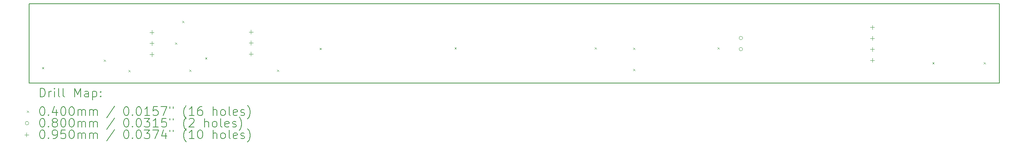
<source format=gbr>
%FSLAX45Y45*%
G04 Gerber Fmt 4.5, Leading zero omitted, Abs format (unit mm)*
G04 Created by KiCad (PCBNEW (6.0.5)) date 2022-07-10 22:30:14*
%MOMM*%
%LPD*%
G01*
G04 APERTURE LIST*
%TA.AperFunction,Profile*%
%ADD10C,0.200000*%
%TD*%
%ADD11C,0.200000*%
%ADD12C,0.040000*%
%ADD13C,0.080000*%
%ADD14C,0.095000*%
G04 APERTURE END LIST*
D10*
X25630000Y-10840000D02*
X3630000Y-10840000D01*
X3630000Y-9040000D02*
X25630000Y-9040000D01*
X3630000Y-10840000D02*
X3630000Y-9040000D01*
X25630000Y-9040000D02*
X25630000Y-10840000D01*
D11*
D12*
X3920000Y-10480000D02*
X3960000Y-10520000D01*
X3960000Y-10480000D02*
X3920000Y-10520000D01*
X5320000Y-10311875D02*
X5360000Y-10351875D01*
X5360000Y-10311875D02*
X5320000Y-10351875D01*
X5880000Y-10545000D02*
X5920000Y-10585000D01*
X5920000Y-10545000D02*
X5880000Y-10585000D01*
X6940000Y-9920000D02*
X6980000Y-9960000D01*
X6980000Y-9920000D02*
X6940000Y-9960000D01*
X7100000Y-9430000D02*
X7140000Y-9470000D01*
X7140000Y-9430000D02*
X7100000Y-9470000D01*
X7260000Y-10540000D02*
X7300000Y-10580000D01*
X7300000Y-10540000D02*
X7260000Y-10580000D01*
X7620000Y-10260000D02*
X7660000Y-10300000D01*
X7660000Y-10260000D02*
X7620000Y-10300000D01*
X9250000Y-10540000D02*
X9290000Y-10580000D01*
X9290000Y-10540000D02*
X9250000Y-10580000D01*
X10216250Y-10043750D02*
X10256250Y-10083750D01*
X10256250Y-10043750D02*
X10216250Y-10083750D01*
X13276250Y-10033750D02*
X13316250Y-10073750D01*
X13316250Y-10033750D02*
X13276250Y-10073750D01*
X16456250Y-10033750D02*
X16496250Y-10073750D01*
X16496250Y-10033750D02*
X16456250Y-10073750D01*
X17330000Y-10040000D02*
X17370000Y-10080000D01*
X17370000Y-10040000D02*
X17330000Y-10080000D01*
X17330000Y-10520000D02*
X17370000Y-10560000D01*
X17370000Y-10520000D02*
X17330000Y-10560000D01*
X19240000Y-10030000D02*
X19280000Y-10070000D01*
X19280000Y-10030000D02*
X19240000Y-10070000D01*
X24115000Y-10370000D02*
X24155000Y-10410000D01*
X24155000Y-10370000D02*
X24115000Y-10410000D01*
X25280000Y-10370000D02*
X25320000Y-10410000D01*
X25320000Y-10370000D02*
X25280000Y-10410000D01*
D13*
X19810000Y-9820000D02*
G75*
G03*
X19810000Y-9820000I-40000J0D01*
G01*
X19810000Y-10070000D02*
G75*
G03*
X19810000Y-10070000I-40000J0D01*
G01*
D14*
X6410000Y-9643000D02*
X6410000Y-9738000D01*
X6362500Y-9690500D02*
X6457500Y-9690500D01*
X6410000Y-9893000D02*
X6410000Y-9988000D01*
X6362500Y-9940500D02*
X6457500Y-9940500D01*
X6410000Y-10143000D02*
X6410000Y-10238000D01*
X6362500Y-10190500D02*
X6457500Y-10190500D01*
X8660000Y-9632000D02*
X8660000Y-9727000D01*
X8612500Y-9679500D02*
X8707500Y-9679500D01*
X8660000Y-9882000D02*
X8660000Y-9977000D01*
X8612500Y-9929500D02*
X8707500Y-9929500D01*
X8660000Y-10132000D02*
X8660000Y-10227000D01*
X8612500Y-10179500D02*
X8707500Y-10179500D01*
X22750000Y-9527500D02*
X22750000Y-9622500D01*
X22702500Y-9575000D02*
X22797500Y-9575000D01*
X22750000Y-9777500D02*
X22750000Y-9872500D01*
X22702500Y-9825000D02*
X22797500Y-9825000D01*
X22750000Y-10027500D02*
X22750000Y-10122500D01*
X22702500Y-10075000D02*
X22797500Y-10075000D01*
X22750000Y-10277500D02*
X22750000Y-10372500D01*
X22702500Y-10325000D02*
X22797500Y-10325000D01*
D11*
X3877619Y-11160476D02*
X3877619Y-10960476D01*
X3925238Y-10960476D01*
X3953809Y-10970000D01*
X3972857Y-10989048D01*
X3982381Y-11008095D01*
X3991905Y-11046190D01*
X3991905Y-11074762D01*
X3982381Y-11112857D01*
X3972857Y-11131905D01*
X3953809Y-11150952D01*
X3925238Y-11160476D01*
X3877619Y-11160476D01*
X4077619Y-11160476D02*
X4077619Y-11027143D01*
X4077619Y-11065238D02*
X4087143Y-11046190D01*
X4096667Y-11036667D01*
X4115714Y-11027143D01*
X4134762Y-11027143D01*
X4201429Y-11160476D02*
X4201429Y-11027143D01*
X4201429Y-10960476D02*
X4191905Y-10970000D01*
X4201429Y-10979524D01*
X4210952Y-10970000D01*
X4201429Y-10960476D01*
X4201429Y-10979524D01*
X4325238Y-11160476D02*
X4306190Y-11150952D01*
X4296667Y-11131905D01*
X4296667Y-10960476D01*
X4430000Y-11160476D02*
X4410952Y-11150952D01*
X4401429Y-11131905D01*
X4401429Y-10960476D01*
X4658571Y-11160476D02*
X4658571Y-10960476D01*
X4725238Y-11103333D01*
X4791905Y-10960476D01*
X4791905Y-11160476D01*
X4972857Y-11160476D02*
X4972857Y-11055714D01*
X4963333Y-11036667D01*
X4944286Y-11027143D01*
X4906190Y-11027143D01*
X4887143Y-11036667D01*
X4972857Y-11150952D02*
X4953810Y-11160476D01*
X4906190Y-11160476D01*
X4887143Y-11150952D01*
X4877619Y-11131905D01*
X4877619Y-11112857D01*
X4887143Y-11093810D01*
X4906190Y-11084286D01*
X4953810Y-11084286D01*
X4972857Y-11074762D01*
X5068095Y-11027143D02*
X5068095Y-11227143D01*
X5068095Y-11036667D02*
X5087143Y-11027143D01*
X5125238Y-11027143D01*
X5144286Y-11036667D01*
X5153810Y-11046190D01*
X5163333Y-11065238D01*
X5163333Y-11122381D01*
X5153810Y-11141429D01*
X5144286Y-11150952D01*
X5125238Y-11160476D01*
X5087143Y-11160476D01*
X5068095Y-11150952D01*
X5249048Y-11141429D02*
X5258571Y-11150952D01*
X5249048Y-11160476D01*
X5239524Y-11150952D01*
X5249048Y-11141429D01*
X5249048Y-11160476D01*
X5249048Y-11036667D02*
X5258571Y-11046190D01*
X5249048Y-11055714D01*
X5239524Y-11046190D01*
X5249048Y-11036667D01*
X5249048Y-11055714D01*
D12*
X3580000Y-11470000D02*
X3620000Y-11510000D01*
X3620000Y-11470000D02*
X3580000Y-11510000D01*
D11*
X3915714Y-11380476D02*
X3934762Y-11380476D01*
X3953809Y-11390000D01*
X3963333Y-11399524D01*
X3972857Y-11418571D01*
X3982381Y-11456667D01*
X3982381Y-11504286D01*
X3972857Y-11542381D01*
X3963333Y-11561428D01*
X3953809Y-11570952D01*
X3934762Y-11580476D01*
X3915714Y-11580476D01*
X3896667Y-11570952D01*
X3887143Y-11561428D01*
X3877619Y-11542381D01*
X3868095Y-11504286D01*
X3868095Y-11456667D01*
X3877619Y-11418571D01*
X3887143Y-11399524D01*
X3896667Y-11390000D01*
X3915714Y-11380476D01*
X4068095Y-11561428D02*
X4077619Y-11570952D01*
X4068095Y-11580476D01*
X4058571Y-11570952D01*
X4068095Y-11561428D01*
X4068095Y-11580476D01*
X4249048Y-11447143D02*
X4249048Y-11580476D01*
X4201429Y-11370952D02*
X4153809Y-11513809D01*
X4277619Y-11513809D01*
X4391905Y-11380476D02*
X4410952Y-11380476D01*
X4430000Y-11390000D01*
X4439524Y-11399524D01*
X4449048Y-11418571D01*
X4458571Y-11456667D01*
X4458571Y-11504286D01*
X4449048Y-11542381D01*
X4439524Y-11561428D01*
X4430000Y-11570952D01*
X4410952Y-11580476D01*
X4391905Y-11580476D01*
X4372857Y-11570952D01*
X4363333Y-11561428D01*
X4353810Y-11542381D01*
X4344286Y-11504286D01*
X4344286Y-11456667D01*
X4353810Y-11418571D01*
X4363333Y-11399524D01*
X4372857Y-11390000D01*
X4391905Y-11380476D01*
X4582381Y-11380476D02*
X4601429Y-11380476D01*
X4620476Y-11390000D01*
X4630000Y-11399524D01*
X4639524Y-11418571D01*
X4649048Y-11456667D01*
X4649048Y-11504286D01*
X4639524Y-11542381D01*
X4630000Y-11561428D01*
X4620476Y-11570952D01*
X4601429Y-11580476D01*
X4582381Y-11580476D01*
X4563333Y-11570952D01*
X4553810Y-11561428D01*
X4544286Y-11542381D01*
X4534762Y-11504286D01*
X4534762Y-11456667D01*
X4544286Y-11418571D01*
X4553810Y-11399524D01*
X4563333Y-11390000D01*
X4582381Y-11380476D01*
X4734762Y-11580476D02*
X4734762Y-11447143D01*
X4734762Y-11466190D02*
X4744286Y-11456667D01*
X4763333Y-11447143D01*
X4791905Y-11447143D01*
X4810952Y-11456667D01*
X4820476Y-11475714D01*
X4820476Y-11580476D01*
X4820476Y-11475714D02*
X4830000Y-11456667D01*
X4849048Y-11447143D01*
X4877619Y-11447143D01*
X4896667Y-11456667D01*
X4906190Y-11475714D01*
X4906190Y-11580476D01*
X5001429Y-11580476D02*
X5001429Y-11447143D01*
X5001429Y-11466190D02*
X5010952Y-11456667D01*
X5030000Y-11447143D01*
X5058571Y-11447143D01*
X5077619Y-11456667D01*
X5087143Y-11475714D01*
X5087143Y-11580476D01*
X5087143Y-11475714D02*
X5096667Y-11456667D01*
X5115714Y-11447143D01*
X5144286Y-11447143D01*
X5163333Y-11456667D01*
X5172857Y-11475714D01*
X5172857Y-11580476D01*
X5563333Y-11370952D02*
X5391905Y-11628095D01*
X5820476Y-11380476D02*
X5839524Y-11380476D01*
X5858571Y-11390000D01*
X5868095Y-11399524D01*
X5877619Y-11418571D01*
X5887143Y-11456667D01*
X5887143Y-11504286D01*
X5877619Y-11542381D01*
X5868095Y-11561428D01*
X5858571Y-11570952D01*
X5839524Y-11580476D01*
X5820476Y-11580476D01*
X5801428Y-11570952D01*
X5791905Y-11561428D01*
X5782381Y-11542381D01*
X5772857Y-11504286D01*
X5772857Y-11456667D01*
X5782381Y-11418571D01*
X5791905Y-11399524D01*
X5801428Y-11390000D01*
X5820476Y-11380476D01*
X5972857Y-11561428D02*
X5982381Y-11570952D01*
X5972857Y-11580476D01*
X5963333Y-11570952D01*
X5972857Y-11561428D01*
X5972857Y-11580476D01*
X6106190Y-11380476D02*
X6125238Y-11380476D01*
X6144286Y-11390000D01*
X6153809Y-11399524D01*
X6163333Y-11418571D01*
X6172857Y-11456667D01*
X6172857Y-11504286D01*
X6163333Y-11542381D01*
X6153809Y-11561428D01*
X6144286Y-11570952D01*
X6125238Y-11580476D01*
X6106190Y-11580476D01*
X6087143Y-11570952D01*
X6077619Y-11561428D01*
X6068095Y-11542381D01*
X6058571Y-11504286D01*
X6058571Y-11456667D01*
X6068095Y-11418571D01*
X6077619Y-11399524D01*
X6087143Y-11390000D01*
X6106190Y-11380476D01*
X6363333Y-11580476D02*
X6249048Y-11580476D01*
X6306190Y-11580476D02*
X6306190Y-11380476D01*
X6287143Y-11409048D01*
X6268095Y-11428095D01*
X6249048Y-11437619D01*
X6544286Y-11380476D02*
X6449048Y-11380476D01*
X6439524Y-11475714D01*
X6449048Y-11466190D01*
X6468095Y-11456667D01*
X6515714Y-11456667D01*
X6534762Y-11466190D01*
X6544286Y-11475714D01*
X6553809Y-11494762D01*
X6553809Y-11542381D01*
X6544286Y-11561428D01*
X6534762Y-11570952D01*
X6515714Y-11580476D01*
X6468095Y-11580476D01*
X6449048Y-11570952D01*
X6439524Y-11561428D01*
X6620476Y-11380476D02*
X6753809Y-11380476D01*
X6668095Y-11580476D01*
X6820476Y-11380476D02*
X6820476Y-11418571D01*
X6896667Y-11380476D02*
X6896667Y-11418571D01*
X7191905Y-11656667D02*
X7182381Y-11647143D01*
X7163333Y-11618571D01*
X7153809Y-11599524D01*
X7144286Y-11570952D01*
X7134762Y-11523333D01*
X7134762Y-11485238D01*
X7144286Y-11437619D01*
X7153809Y-11409048D01*
X7163333Y-11390000D01*
X7182381Y-11361428D01*
X7191905Y-11351905D01*
X7372857Y-11580476D02*
X7258571Y-11580476D01*
X7315714Y-11580476D02*
X7315714Y-11380476D01*
X7296667Y-11409048D01*
X7277619Y-11428095D01*
X7258571Y-11437619D01*
X7544286Y-11380476D02*
X7506190Y-11380476D01*
X7487143Y-11390000D01*
X7477619Y-11399524D01*
X7458571Y-11428095D01*
X7449048Y-11466190D01*
X7449048Y-11542381D01*
X7458571Y-11561428D01*
X7468095Y-11570952D01*
X7487143Y-11580476D01*
X7525238Y-11580476D01*
X7544286Y-11570952D01*
X7553809Y-11561428D01*
X7563333Y-11542381D01*
X7563333Y-11494762D01*
X7553809Y-11475714D01*
X7544286Y-11466190D01*
X7525238Y-11456667D01*
X7487143Y-11456667D01*
X7468095Y-11466190D01*
X7458571Y-11475714D01*
X7449048Y-11494762D01*
X7801428Y-11580476D02*
X7801428Y-11380476D01*
X7887143Y-11580476D02*
X7887143Y-11475714D01*
X7877619Y-11456667D01*
X7858571Y-11447143D01*
X7830000Y-11447143D01*
X7810952Y-11456667D01*
X7801428Y-11466190D01*
X8010952Y-11580476D02*
X7991905Y-11570952D01*
X7982381Y-11561428D01*
X7972857Y-11542381D01*
X7972857Y-11485238D01*
X7982381Y-11466190D01*
X7991905Y-11456667D01*
X8010952Y-11447143D01*
X8039524Y-11447143D01*
X8058571Y-11456667D01*
X8068095Y-11466190D01*
X8077619Y-11485238D01*
X8077619Y-11542381D01*
X8068095Y-11561428D01*
X8058571Y-11570952D01*
X8039524Y-11580476D01*
X8010952Y-11580476D01*
X8191905Y-11580476D02*
X8172857Y-11570952D01*
X8163333Y-11551905D01*
X8163333Y-11380476D01*
X8344286Y-11570952D02*
X8325238Y-11580476D01*
X8287143Y-11580476D01*
X8268095Y-11570952D01*
X8258571Y-11551905D01*
X8258571Y-11475714D01*
X8268095Y-11456667D01*
X8287143Y-11447143D01*
X8325238Y-11447143D01*
X8344286Y-11456667D01*
X8353809Y-11475714D01*
X8353809Y-11494762D01*
X8258571Y-11513809D01*
X8430000Y-11570952D02*
X8449048Y-11580476D01*
X8487143Y-11580476D01*
X8506190Y-11570952D01*
X8515714Y-11551905D01*
X8515714Y-11542381D01*
X8506190Y-11523333D01*
X8487143Y-11513809D01*
X8458571Y-11513809D01*
X8439524Y-11504286D01*
X8430000Y-11485238D01*
X8430000Y-11475714D01*
X8439524Y-11456667D01*
X8458571Y-11447143D01*
X8487143Y-11447143D01*
X8506190Y-11456667D01*
X8582381Y-11656667D02*
X8591905Y-11647143D01*
X8610952Y-11618571D01*
X8620476Y-11599524D01*
X8630000Y-11570952D01*
X8639524Y-11523333D01*
X8639524Y-11485238D01*
X8630000Y-11437619D01*
X8620476Y-11409048D01*
X8610952Y-11390000D01*
X8591905Y-11361428D01*
X8582381Y-11351905D01*
D13*
X3620000Y-11754000D02*
G75*
G03*
X3620000Y-11754000I-40000J0D01*
G01*
D11*
X3915714Y-11644476D02*
X3934762Y-11644476D01*
X3953809Y-11654000D01*
X3963333Y-11663524D01*
X3972857Y-11682571D01*
X3982381Y-11720667D01*
X3982381Y-11768286D01*
X3972857Y-11806381D01*
X3963333Y-11825428D01*
X3953809Y-11834952D01*
X3934762Y-11844476D01*
X3915714Y-11844476D01*
X3896667Y-11834952D01*
X3887143Y-11825428D01*
X3877619Y-11806381D01*
X3868095Y-11768286D01*
X3868095Y-11720667D01*
X3877619Y-11682571D01*
X3887143Y-11663524D01*
X3896667Y-11654000D01*
X3915714Y-11644476D01*
X4068095Y-11825428D02*
X4077619Y-11834952D01*
X4068095Y-11844476D01*
X4058571Y-11834952D01*
X4068095Y-11825428D01*
X4068095Y-11844476D01*
X4191905Y-11730190D02*
X4172857Y-11720667D01*
X4163333Y-11711143D01*
X4153809Y-11692095D01*
X4153809Y-11682571D01*
X4163333Y-11663524D01*
X4172857Y-11654000D01*
X4191905Y-11644476D01*
X4230000Y-11644476D01*
X4249048Y-11654000D01*
X4258571Y-11663524D01*
X4268095Y-11682571D01*
X4268095Y-11692095D01*
X4258571Y-11711143D01*
X4249048Y-11720667D01*
X4230000Y-11730190D01*
X4191905Y-11730190D01*
X4172857Y-11739714D01*
X4163333Y-11749238D01*
X4153809Y-11768286D01*
X4153809Y-11806381D01*
X4163333Y-11825428D01*
X4172857Y-11834952D01*
X4191905Y-11844476D01*
X4230000Y-11844476D01*
X4249048Y-11834952D01*
X4258571Y-11825428D01*
X4268095Y-11806381D01*
X4268095Y-11768286D01*
X4258571Y-11749238D01*
X4249048Y-11739714D01*
X4230000Y-11730190D01*
X4391905Y-11644476D02*
X4410952Y-11644476D01*
X4430000Y-11654000D01*
X4439524Y-11663524D01*
X4449048Y-11682571D01*
X4458571Y-11720667D01*
X4458571Y-11768286D01*
X4449048Y-11806381D01*
X4439524Y-11825428D01*
X4430000Y-11834952D01*
X4410952Y-11844476D01*
X4391905Y-11844476D01*
X4372857Y-11834952D01*
X4363333Y-11825428D01*
X4353810Y-11806381D01*
X4344286Y-11768286D01*
X4344286Y-11720667D01*
X4353810Y-11682571D01*
X4363333Y-11663524D01*
X4372857Y-11654000D01*
X4391905Y-11644476D01*
X4582381Y-11644476D02*
X4601429Y-11644476D01*
X4620476Y-11654000D01*
X4630000Y-11663524D01*
X4639524Y-11682571D01*
X4649048Y-11720667D01*
X4649048Y-11768286D01*
X4639524Y-11806381D01*
X4630000Y-11825428D01*
X4620476Y-11834952D01*
X4601429Y-11844476D01*
X4582381Y-11844476D01*
X4563333Y-11834952D01*
X4553810Y-11825428D01*
X4544286Y-11806381D01*
X4534762Y-11768286D01*
X4534762Y-11720667D01*
X4544286Y-11682571D01*
X4553810Y-11663524D01*
X4563333Y-11654000D01*
X4582381Y-11644476D01*
X4734762Y-11844476D02*
X4734762Y-11711143D01*
X4734762Y-11730190D02*
X4744286Y-11720667D01*
X4763333Y-11711143D01*
X4791905Y-11711143D01*
X4810952Y-11720667D01*
X4820476Y-11739714D01*
X4820476Y-11844476D01*
X4820476Y-11739714D02*
X4830000Y-11720667D01*
X4849048Y-11711143D01*
X4877619Y-11711143D01*
X4896667Y-11720667D01*
X4906190Y-11739714D01*
X4906190Y-11844476D01*
X5001429Y-11844476D02*
X5001429Y-11711143D01*
X5001429Y-11730190D02*
X5010952Y-11720667D01*
X5030000Y-11711143D01*
X5058571Y-11711143D01*
X5077619Y-11720667D01*
X5087143Y-11739714D01*
X5087143Y-11844476D01*
X5087143Y-11739714D02*
X5096667Y-11720667D01*
X5115714Y-11711143D01*
X5144286Y-11711143D01*
X5163333Y-11720667D01*
X5172857Y-11739714D01*
X5172857Y-11844476D01*
X5563333Y-11634952D02*
X5391905Y-11892095D01*
X5820476Y-11644476D02*
X5839524Y-11644476D01*
X5858571Y-11654000D01*
X5868095Y-11663524D01*
X5877619Y-11682571D01*
X5887143Y-11720667D01*
X5887143Y-11768286D01*
X5877619Y-11806381D01*
X5868095Y-11825428D01*
X5858571Y-11834952D01*
X5839524Y-11844476D01*
X5820476Y-11844476D01*
X5801428Y-11834952D01*
X5791905Y-11825428D01*
X5782381Y-11806381D01*
X5772857Y-11768286D01*
X5772857Y-11720667D01*
X5782381Y-11682571D01*
X5791905Y-11663524D01*
X5801428Y-11654000D01*
X5820476Y-11644476D01*
X5972857Y-11825428D02*
X5982381Y-11834952D01*
X5972857Y-11844476D01*
X5963333Y-11834952D01*
X5972857Y-11825428D01*
X5972857Y-11844476D01*
X6106190Y-11644476D02*
X6125238Y-11644476D01*
X6144286Y-11654000D01*
X6153809Y-11663524D01*
X6163333Y-11682571D01*
X6172857Y-11720667D01*
X6172857Y-11768286D01*
X6163333Y-11806381D01*
X6153809Y-11825428D01*
X6144286Y-11834952D01*
X6125238Y-11844476D01*
X6106190Y-11844476D01*
X6087143Y-11834952D01*
X6077619Y-11825428D01*
X6068095Y-11806381D01*
X6058571Y-11768286D01*
X6058571Y-11720667D01*
X6068095Y-11682571D01*
X6077619Y-11663524D01*
X6087143Y-11654000D01*
X6106190Y-11644476D01*
X6239524Y-11644476D02*
X6363333Y-11644476D01*
X6296667Y-11720667D01*
X6325238Y-11720667D01*
X6344286Y-11730190D01*
X6353809Y-11739714D01*
X6363333Y-11758762D01*
X6363333Y-11806381D01*
X6353809Y-11825428D01*
X6344286Y-11834952D01*
X6325238Y-11844476D01*
X6268095Y-11844476D01*
X6249048Y-11834952D01*
X6239524Y-11825428D01*
X6553809Y-11844476D02*
X6439524Y-11844476D01*
X6496667Y-11844476D02*
X6496667Y-11644476D01*
X6477619Y-11673048D01*
X6458571Y-11692095D01*
X6439524Y-11701619D01*
X6734762Y-11644476D02*
X6639524Y-11644476D01*
X6630000Y-11739714D01*
X6639524Y-11730190D01*
X6658571Y-11720667D01*
X6706190Y-11720667D01*
X6725238Y-11730190D01*
X6734762Y-11739714D01*
X6744286Y-11758762D01*
X6744286Y-11806381D01*
X6734762Y-11825428D01*
X6725238Y-11834952D01*
X6706190Y-11844476D01*
X6658571Y-11844476D01*
X6639524Y-11834952D01*
X6630000Y-11825428D01*
X6820476Y-11644476D02*
X6820476Y-11682571D01*
X6896667Y-11644476D02*
X6896667Y-11682571D01*
X7191905Y-11920667D02*
X7182381Y-11911143D01*
X7163333Y-11882571D01*
X7153809Y-11863524D01*
X7144286Y-11834952D01*
X7134762Y-11787333D01*
X7134762Y-11749238D01*
X7144286Y-11701619D01*
X7153809Y-11673048D01*
X7163333Y-11654000D01*
X7182381Y-11625428D01*
X7191905Y-11615905D01*
X7258571Y-11663524D02*
X7268095Y-11654000D01*
X7287143Y-11644476D01*
X7334762Y-11644476D01*
X7353809Y-11654000D01*
X7363333Y-11663524D01*
X7372857Y-11682571D01*
X7372857Y-11701619D01*
X7363333Y-11730190D01*
X7249048Y-11844476D01*
X7372857Y-11844476D01*
X7610952Y-11844476D02*
X7610952Y-11644476D01*
X7696667Y-11844476D02*
X7696667Y-11739714D01*
X7687143Y-11720667D01*
X7668095Y-11711143D01*
X7639524Y-11711143D01*
X7620476Y-11720667D01*
X7610952Y-11730190D01*
X7820476Y-11844476D02*
X7801428Y-11834952D01*
X7791905Y-11825428D01*
X7782381Y-11806381D01*
X7782381Y-11749238D01*
X7791905Y-11730190D01*
X7801428Y-11720667D01*
X7820476Y-11711143D01*
X7849048Y-11711143D01*
X7868095Y-11720667D01*
X7877619Y-11730190D01*
X7887143Y-11749238D01*
X7887143Y-11806381D01*
X7877619Y-11825428D01*
X7868095Y-11834952D01*
X7849048Y-11844476D01*
X7820476Y-11844476D01*
X8001428Y-11844476D02*
X7982381Y-11834952D01*
X7972857Y-11815905D01*
X7972857Y-11644476D01*
X8153809Y-11834952D02*
X8134762Y-11844476D01*
X8096667Y-11844476D01*
X8077619Y-11834952D01*
X8068095Y-11815905D01*
X8068095Y-11739714D01*
X8077619Y-11720667D01*
X8096667Y-11711143D01*
X8134762Y-11711143D01*
X8153809Y-11720667D01*
X8163333Y-11739714D01*
X8163333Y-11758762D01*
X8068095Y-11777809D01*
X8239524Y-11834952D02*
X8258571Y-11844476D01*
X8296667Y-11844476D01*
X8315714Y-11834952D01*
X8325238Y-11815905D01*
X8325238Y-11806381D01*
X8315714Y-11787333D01*
X8296667Y-11777809D01*
X8268095Y-11777809D01*
X8249048Y-11768286D01*
X8239524Y-11749238D01*
X8239524Y-11739714D01*
X8249048Y-11720667D01*
X8268095Y-11711143D01*
X8296667Y-11711143D01*
X8315714Y-11720667D01*
X8391905Y-11920667D02*
X8401429Y-11911143D01*
X8420476Y-11882571D01*
X8430000Y-11863524D01*
X8439524Y-11834952D01*
X8449048Y-11787333D01*
X8449048Y-11749238D01*
X8439524Y-11701619D01*
X8430000Y-11673048D01*
X8420476Y-11654000D01*
X8401429Y-11625428D01*
X8391905Y-11615905D01*
D14*
X3572500Y-11970500D02*
X3572500Y-12065500D01*
X3525000Y-12018000D02*
X3620000Y-12018000D01*
D11*
X3915714Y-11908476D02*
X3934762Y-11908476D01*
X3953809Y-11918000D01*
X3963333Y-11927524D01*
X3972857Y-11946571D01*
X3982381Y-11984667D01*
X3982381Y-12032286D01*
X3972857Y-12070381D01*
X3963333Y-12089428D01*
X3953809Y-12098952D01*
X3934762Y-12108476D01*
X3915714Y-12108476D01*
X3896667Y-12098952D01*
X3887143Y-12089428D01*
X3877619Y-12070381D01*
X3868095Y-12032286D01*
X3868095Y-11984667D01*
X3877619Y-11946571D01*
X3887143Y-11927524D01*
X3896667Y-11918000D01*
X3915714Y-11908476D01*
X4068095Y-12089428D02*
X4077619Y-12098952D01*
X4068095Y-12108476D01*
X4058571Y-12098952D01*
X4068095Y-12089428D01*
X4068095Y-12108476D01*
X4172857Y-12108476D02*
X4210952Y-12108476D01*
X4230000Y-12098952D01*
X4239524Y-12089428D01*
X4258571Y-12060857D01*
X4268095Y-12022762D01*
X4268095Y-11946571D01*
X4258571Y-11927524D01*
X4249048Y-11918000D01*
X4230000Y-11908476D01*
X4191905Y-11908476D01*
X4172857Y-11918000D01*
X4163333Y-11927524D01*
X4153809Y-11946571D01*
X4153809Y-11994190D01*
X4163333Y-12013238D01*
X4172857Y-12022762D01*
X4191905Y-12032286D01*
X4230000Y-12032286D01*
X4249048Y-12022762D01*
X4258571Y-12013238D01*
X4268095Y-11994190D01*
X4449048Y-11908476D02*
X4353810Y-11908476D01*
X4344286Y-12003714D01*
X4353810Y-11994190D01*
X4372857Y-11984667D01*
X4420476Y-11984667D01*
X4439524Y-11994190D01*
X4449048Y-12003714D01*
X4458571Y-12022762D01*
X4458571Y-12070381D01*
X4449048Y-12089428D01*
X4439524Y-12098952D01*
X4420476Y-12108476D01*
X4372857Y-12108476D01*
X4353810Y-12098952D01*
X4344286Y-12089428D01*
X4582381Y-11908476D02*
X4601429Y-11908476D01*
X4620476Y-11918000D01*
X4630000Y-11927524D01*
X4639524Y-11946571D01*
X4649048Y-11984667D01*
X4649048Y-12032286D01*
X4639524Y-12070381D01*
X4630000Y-12089428D01*
X4620476Y-12098952D01*
X4601429Y-12108476D01*
X4582381Y-12108476D01*
X4563333Y-12098952D01*
X4553810Y-12089428D01*
X4544286Y-12070381D01*
X4534762Y-12032286D01*
X4534762Y-11984667D01*
X4544286Y-11946571D01*
X4553810Y-11927524D01*
X4563333Y-11918000D01*
X4582381Y-11908476D01*
X4734762Y-12108476D02*
X4734762Y-11975143D01*
X4734762Y-11994190D02*
X4744286Y-11984667D01*
X4763333Y-11975143D01*
X4791905Y-11975143D01*
X4810952Y-11984667D01*
X4820476Y-12003714D01*
X4820476Y-12108476D01*
X4820476Y-12003714D02*
X4830000Y-11984667D01*
X4849048Y-11975143D01*
X4877619Y-11975143D01*
X4896667Y-11984667D01*
X4906190Y-12003714D01*
X4906190Y-12108476D01*
X5001429Y-12108476D02*
X5001429Y-11975143D01*
X5001429Y-11994190D02*
X5010952Y-11984667D01*
X5030000Y-11975143D01*
X5058571Y-11975143D01*
X5077619Y-11984667D01*
X5087143Y-12003714D01*
X5087143Y-12108476D01*
X5087143Y-12003714D02*
X5096667Y-11984667D01*
X5115714Y-11975143D01*
X5144286Y-11975143D01*
X5163333Y-11984667D01*
X5172857Y-12003714D01*
X5172857Y-12108476D01*
X5563333Y-11898952D02*
X5391905Y-12156095D01*
X5820476Y-11908476D02*
X5839524Y-11908476D01*
X5858571Y-11918000D01*
X5868095Y-11927524D01*
X5877619Y-11946571D01*
X5887143Y-11984667D01*
X5887143Y-12032286D01*
X5877619Y-12070381D01*
X5868095Y-12089428D01*
X5858571Y-12098952D01*
X5839524Y-12108476D01*
X5820476Y-12108476D01*
X5801428Y-12098952D01*
X5791905Y-12089428D01*
X5782381Y-12070381D01*
X5772857Y-12032286D01*
X5772857Y-11984667D01*
X5782381Y-11946571D01*
X5791905Y-11927524D01*
X5801428Y-11918000D01*
X5820476Y-11908476D01*
X5972857Y-12089428D02*
X5982381Y-12098952D01*
X5972857Y-12108476D01*
X5963333Y-12098952D01*
X5972857Y-12089428D01*
X5972857Y-12108476D01*
X6106190Y-11908476D02*
X6125238Y-11908476D01*
X6144286Y-11918000D01*
X6153809Y-11927524D01*
X6163333Y-11946571D01*
X6172857Y-11984667D01*
X6172857Y-12032286D01*
X6163333Y-12070381D01*
X6153809Y-12089428D01*
X6144286Y-12098952D01*
X6125238Y-12108476D01*
X6106190Y-12108476D01*
X6087143Y-12098952D01*
X6077619Y-12089428D01*
X6068095Y-12070381D01*
X6058571Y-12032286D01*
X6058571Y-11984667D01*
X6068095Y-11946571D01*
X6077619Y-11927524D01*
X6087143Y-11918000D01*
X6106190Y-11908476D01*
X6239524Y-11908476D02*
X6363333Y-11908476D01*
X6296667Y-11984667D01*
X6325238Y-11984667D01*
X6344286Y-11994190D01*
X6353809Y-12003714D01*
X6363333Y-12022762D01*
X6363333Y-12070381D01*
X6353809Y-12089428D01*
X6344286Y-12098952D01*
X6325238Y-12108476D01*
X6268095Y-12108476D01*
X6249048Y-12098952D01*
X6239524Y-12089428D01*
X6430000Y-11908476D02*
X6563333Y-11908476D01*
X6477619Y-12108476D01*
X6725238Y-11975143D02*
X6725238Y-12108476D01*
X6677619Y-11898952D02*
X6630000Y-12041809D01*
X6753809Y-12041809D01*
X6820476Y-11908476D02*
X6820476Y-11946571D01*
X6896667Y-11908476D02*
X6896667Y-11946571D01*
X7191905Y-12184667D02*
X7182381Y-12175143D01*
X7163333Y-12146571D01*
X7153809Y-12127524D01*
X7144286Y-12098952D01*
X7134762Y-12051333D01*
X7134762Y-12013238D01*
X7144286Y-11965619D01*
X7153809Y-11937048D01*
X7163333Y-11918000D01*
X7182381Y-11889428D01*
X7191905Y-11879905D01*
X7372857Y-12108476D02*
X7258571Y-12108476D01*
X7315714Y-12108476D02*
X7315714Y-11908476D01*
X7296667Y-11937048D01*
X7277619Y-11956095D01*
X7258571Y-11965619D01*
X7496667Y-11908476D02*
X7515714Y-11908476D01*
X7534762Y-11918000D01*
X7544286Y-11927524D01*
X7553809Y-11946571D01*
X7563333Y-11984667D01*
X7563333Y-12032286D01*
X7553809Y-12070381D01*
X7544286Y-12089428D01*
X7534762Y-12098952D01*
X7515714Y-12108476D01*
X7496667Y-12108476D01*
X7477619Y-12098952D01*
X7468095Y-12089428D01*
X7458571Y-12070381D01*
X7449048Y-12032286D01*
X7449048Y-11984667D01*
X7458571Y-11946571D01*
X7468095Y-11927524D01*
X7477619Y-11918000D01*
X7496667Y-11908476D01*
X7801428Y-12108476D02*
X7801428Y-11908476D01*
X7887143Y-12108476D02*
X7887143Y-12003714D01*
X7877619Y-11984667D01*
X7858571Y-11975143D01*
X7830000Y-11975143D01*
X7810952Y-11984667D01*
X7801428Y-11994190D01*
X8010952Y-12108476D02*
X7991905Y-12098952D01*
X7982381Y-12089428D01*
X7972857Y-12070381D01*
X7972857Y-12013238D01*
X7982381Y-11994190D01*
X7991905Y-11984667D01*
X8010952Y-11975143D01*
X8039524Y-11975143D01*
X8058571Y-11984667D01*
X8068095Y-11994190D01*
X8077619Y-12013238D01*
X8077619Y-12070381D01*
X8068095Y-12089428D01*
X8058571Y-12098952D01*
X8039524Y-12108476D01*
X8010952Y-12108476D01*
X8191905Y-12108476D02*
X8172857Y-12098952D01*
X8163333Y-12079905D01*
X8163333Y-11908476D01*
X8344286Y-12098952D02*
X8325238Y-12108476D01*
X8287143Y-12108476D01*
X8268095Y-12098952D01*
X8258571Y-12079905D01*
X8258571Y-12003714D01*
X8268095Y-11984667D01*
X8287143Y-11975143D01*
X8325238Y-11975143D01*
X8344286Y-11984667D01*
X8353809Y-12003714D01*
X8353809Y-12022762D01*
X8258571Y-12041809D01*
X8430000Y-12098952D02*
X8449048Y-12108476D01*
X8487143Y-12108476D01*
X8506190Y-12098952D01*
X8515714Y-12079905D01*
X8515714Y-12070381D01*
X8506190Y-12051333D01*
X8487143Y-12041809D01*
X8458571Y-12041809D01*
X8439524Y-12032286D01*
X8430000Y-12013238D01*
X8430000Y-12003714D01*
X8439524Y-11984667D01*
X8458571Y-11975143D01*
X8487143Y-11975143D01*
X8506190Y-11984667D01*
X8582381Y-12184667D02*
X8591905Y-12175143D01*
X8610952Y-12146571D01*
X8620476Y-12127524D01*
X8630000Y-12098952D01*
X8639524Y-12051333D01*
X8639524Y-12013238D01*
X8630000Y-11965619D01*
X8620476Y-11937048D01*
X8610952Y-11918000D01*
X8591905Y-11889428D01*
X8582381Y-11879905D01*
M02*

</source>
